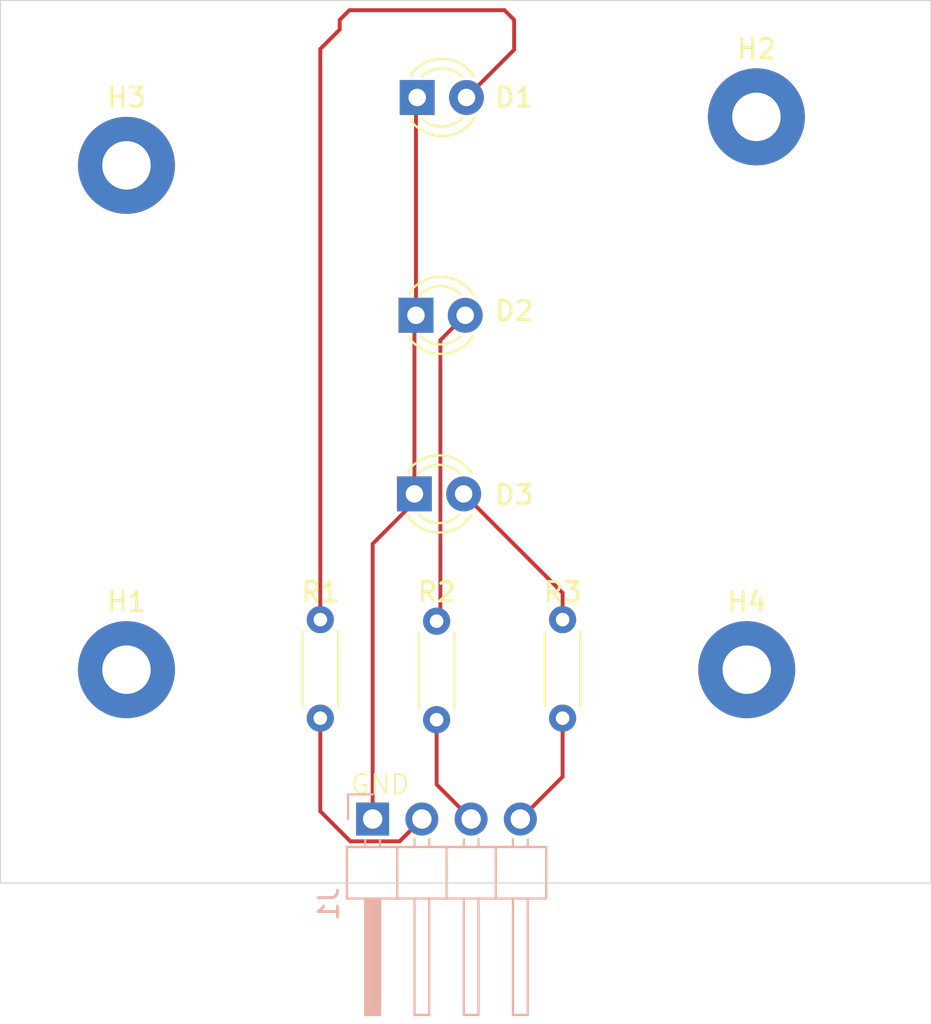
<source format=kicad_pcb>
(kicad_pcb (version 20240108) (generator "pcbnew") (generator_version "8.0")
  (layers (0 "F.Cu" signal) (31 "B.Cu" signal) (34 "B.Paste" user) (35 "F.Paste" user) (36 "B.SilkS" user "B.Silkscreen") (37 "F.SilkS" user "F.Silkscreen") (38 "B.Mask" user) (39 "F.Mask" user) (44 "Edge.Cuts" user))
  (net 0 "")
  (net 1 "Net-(D1-K)")
  (net 2 "Net-(D1-A)")
  (net 3 "Net-(D2-A)")
  (net 4 "Net-(D3-A)")
  (net 5 "Net-(J1-Pin_3)")
  (net 6 "Net-(J1-Pin_2)")
  (net 7 "Net-(J1-Pin_4)")
  (footprint "LED_THT:LED_D3.0mm" (layer "F.Cu") (at 154.435899 85.228927)
    (property "Reference" "D2" (at 5.064101 -0.228927 0) (layer "F.SilkS"))
    (property "Value" "LED")
    (fp_line (start -0.29 -1.236) (end -0.29 -1.08) (stroke (width 0.12)) (layer "F.SilkS"))
    (fp_line (start -0.29 1.08) (end -0.29 1.236) (stroke (width 0.12)) (layer "F.SilkS"))
    (fp_arc (start -0.29 -1.235516) (mid 1.365624 -1.987701) (end 2.941397 -1.080061) (stroke (width 0.12)) (layer "F.SilkS"))
    (fp_arc (start 0.229039 -1.08) (mid 1.269965 -1.5) (end 2.31091 -1.080049) (stroke (width 0.12)) (layer "F.SilkS"))
    (fp_arc (start 2.31091 1.080049) (mid 1.269965 1.5) (end 0.229039 1.08) (stroke (width 0.12)) (layer "F.SilkS"))
    (fp_arc (start 2.941397 1.080061) (mid 1.365624 1.987701) (end -0.29 1.235516) (stroke (width 0.12)) (layer "F.SilkS"))
    (pad "1" thru_hole rect (at 0 0) (size 1.8 1.8) (drill 0.9) (layers "*.Cu" "*.Mask") (net 1 "Net-(D1-K)"))
    (pad "2" thru_hole circle (at 2.54 0) (size 1.8 1.8) (drill 0.9) (layers "*.Cu" "*.Mask") (net 3 "Net-(D2-A)"))
  )
  (footprint "MountingHole:MountingHole_2.5mm_Pad" (layer "F.Cu") (at 172 75)
    (property "Reference" "H2" (at 0 -3.5 0) (layer "F.SilkS"))
    (property "Value" "MountingHole")
    (pad "1" thru_hole circle (at 0 0) (size 5 5) (drill 2.5) (layers "*.Cu" "*.Mask"))
  )
  (footprint "LED_THT:LED_D3.0mm" (layer "F.Cu") (at 154.5 74)
    (property "Reference" "D1" (at 5 0 0) (layer "F.SilkS"))
    (property "Value" "LED")
    (fp_line (start -0.29 -1.236) (end -0.29 -1.08) (stroke (width 0.12)) (layer "F.SilkS"))
    (fp_line (start -0.29 1.08) (end -0.29 1.236) (stroke (width 0.12)) (layer "F.SilkS"))
    (fp_arc (start -0.29 -1.235516) (mid 1.365624 -1.987701) (end 2.941397 -1.080061) (stroke (width 0.12)) (layer "F.SilkS"))
    (fp_arc (start 0.229039 -1.08) (mid 1.269965 -1.5) (end 2.31091 -1.080049) (stroke (width 0.12)) (layer "F.SilkS"))
    (fp_arc (start 2.31091 1.080049) (mid 1.269965 1.5) (end 0.229039 1.08) (stroke (width 0.12)) (layer "F.SilkS"))
    (fp_arc (start 2.941397 1.080061) (mid 1.365624 1.987701) (end -0.29 1.235516) (stroke (width 0.12)) (layer "F.SilkS"))
    (pad "1" thru_hole rect (at 0 0) (size 1.8 1.8) (drill 0.9) (layers "*.Cu" "*.Mask") (net 1 "Net-(D1-K)"))
    (pad "2" thru_hole circle (at 2.54 0) (size 1.8 1.8) (drill 0.9) (layers "*.Cu" "*.Mask") (net 2 "Net-(D1-A)"))
  )
  (footprint "Resistor_THT:R_Axial_DIN0204_L3.6mm_D1.6mm_P5.08mm_Horizontal" (layer "F.Cu") (at 162 106 90)
    (property "Reference" "R3" (at 6.5 0 180) (layer "F.SilkS"))
    (property "Value" "R")
    (fp_line (start 0.62 -0.92) (end 4.46 -0.92) (stroke (width 0.12)) (layer "F.SilkS"))
    (fp_line (start 0.62 0.92) (end 4.46 0.92) (stroke (width 0.12)) (layer "F.SilkS"))
    (pad "1" thru_hole circle (at 0 0 90) (size 1.4 1.4) (drill 0.7) (layers "*.Cu" "*.Mask") (net 7 "Net-(J1-Pin_4)"))
    (pad "2" thru_hole oval (at 5.08 0 90) (size 1.4 1.4) (drill 0.7) (layers "*.Cu" "*.Mask") (net 4 "Net-(D3-A)"))
  )
  (footprint "Resistor_THT:R_Axial_DIN0204_L3.6mm_D1.6mm_P5.08mm_Horizontal" (layer "F.Cu") (at 149.5 106 90)
    (property "Reference" "R1" (at 6.5 0 180) (layer "F.SilkS"))
    (property "Value" "R")
    (fp_line (start 0.62 -0.92) (end 4.46 -0.92) (stroke (width 0.12)) (layer "F.SilkS"))
    (fp_line (start 0.62 0.92) (end 4.46 0.92) (stroke (width 0.12)) (layer "F.SilkS"))
    (pad "1" thru_hole circle (at 0 0 90) (size 1.4 1.4) (drill 0.7) (layers "*.Cu" "*.Mask") (net 6 "Net-(J1-Pin_2)"))
    (pad "2" thru_hole oval (at 5.08 0 90) (size 1.4 1.4) (drill 0.7) (layers "*.Cu" "*.Mask") (net 2 "Net-(D1-A)"))
  )
  (footprint "Resistor_THT:R_Axial_DIN0204_L3.6mm_D1.6mm_P5.08mm_Horizontal" (layer "F.Cu") (at 155.5 106.08 90)
    (property "Reference" "R2" (at 6.58 0 180) (layer "F.SilkS"))
    (property "Value" "R")
    (fp_line (start 0.62 -0.92) (end 4.46 -0.92) (stroke (width 0.12)) (layer "F.SilkS"))
    (fp_line (start 0.62 0.92) (end 4.46 0.92) (stroke (width 0.12)) (layer "F.SilkS"))
    (pad "1" thru_hole circle (at 0 0 90) (size 1.4 1.4) (drill 0.7) (layers "*.Cu" "*.Mask") (net 5 "Net-(J1-Pin_3)"))
    (pad "2" thru_hole oval (at 5.08 0 90) (size 1.4 1.4) (drill 0.7) (layers "*.Cu" "*.Mask") (net 3 "Net-(D2-A)"))
  )
  (footprint "MountingHole:MountingHole_2.5mm_Pad" (layer "F.Cu") (at 171.5 103.5)
    (property "Reference" "H4" (at 0 -3.5 0) (layer "F.SilkS"))
    (property "Value" "MountingHole")
    (pad "1" thru_hole circle (at 0 0) (size 5 5) (drill 2.5) (layers "*.Cu" "*.Mask"))
  )
  (footprint "LED_THT:LED_D3.0mm" (layer "F.Cu") (at 154.355808 94.439364)
    (property "Reference" "D3" (at 5.144192 0.060636 0) (layer "F.SilkS"))
    (property "Value" "LED")
    (fp_line (start -0.29 -1.236) (end -0.29 -1.08) (stroke (width 0.12)) (layer "F.SilkS"))
    (fp_line (start -0.29 1.08) (end -0.29 1.236) (stroke (width 0.12)) (layer "F.SilkS"))
    (fp_arc (start -0.29 -1.235516) (mid 1.365624 -1.987701) (end 2.941397 -1.080061) (stroke (width 0.12)) (layer "F.SilkS"))
    (fp_arc (start 0.229039 -1.08) (mid 1.269965 -1.5) (end 2.31091 -1.080049) (stroke (width 0.12)) (layer "F.SilkS"))
    (fp_arc (start 2.31091 1.080049) (mid 1.269965 1.5) (end 0.229039 1.08) (stroke (width 0.12)) (layer "F.SilkS"))
    (fp_arc (start 2.941397 1.080061) (mid 1.365624 1.987701) (end -0.29 1.235516) (stroke (width 0.12)) (layer "F.SilkS"))
    (pad "1" thru_hole rect (at 0 0) (size 1.8 1.8) (drill 0.9) (layers "*.Cu" "*.Mask") (net 1 "Net-(D1-K)"))
    (pad "2" thru_hole circle (at 2.54 0) (size 1.8 1.8) (drill 0.9) (layers "*.Cu" "*.Mask") (net 4 "Net-(D3-A)"))
  )
  (footprint "MountingHole:MountingHole_2.5mm_Pad" (layer "F.Cu") (at 139.5 77.5)
    (property "Reference" "H3" (at 0 -3.5 0) (layer "F.SilkS"))
    (property "Value" "MountingHole")
    (pad "1" thru_hole circle (at 0 0) (size 5 5) (drill 2.5) (layers "*.Cu" "*.Mask"))
  )
  (footprint "MountingHole:MountingHole_2.5mm_Pad" (layer "F.Cu") (at 139.5 103.5)
    (property "Reference" "H1" (at 0 -3.5 0) (layer "F.SilkS"))
    (property "Value" "MountingHole")
    (pad "1" thru_hole circle (at 0 0) (size 5 5) (drill 2.5) (layers "*.Cu" "*.Mask"))
  )
  (footprint "Connector_PinHeader_2.54mm:PinHeader_1x04_P2.54mm_Horizontal" (layer "B.Cu") (at 152.2 111.2 -90)
    (property "Reference" "J1" (at 4.385 2.27 90) (layer "B.SilkS") (effects (justify mirror)))
    (property "Value" "Conn_01x04")
    (fp_line (start 1.44 1.33) (end 4.1 1.33) (stroke (width 0.12)) (layer "B.SilkS"))
    (fp_line (start 4.1 1.33) (end 4.1 -8.95) (stroke (width 0.12)) (layer "B.SilkS"))
    (fp_line (start -1.27 1.27) (end -1.27 0) (stroke (width 0.12)) (layer "B.SilkS"))
    (fp_line (start 0 1.27) (end -1.27 1.27) (stroke (width 0.12)) (layer "B.SilkS"))
    (fp_line (start 1.44 0.38) (end 1.11 0.38) (stroke (width 0.12)) (layer "B.SilkS"))
    (fp_line (start 10.1 0.38) (end 4.1 0.38) (stroke (width 0.12)) (layer "B.SilkS"))
    (fp_line (start 10.1 0.32) (end 4.1 0.32) (stroke (width 0.12)) (layer "B.SilkS"))
    (fp_line (start 10.1 0.2) (end 4.1 0.2) (stroke (width 0.12)) (layer "B.SilkS"))
    (fp_line (start 10.1 0.08) (end 4.1 0.08) (stroke (width 0.12)) (layer "B.SilkS"))
    (fp_line (start 10.1 -0.04) (end 4.1 -0.04) (stroke (width 0.12)) (layer "B.SilkS"))
    (fp_line (start 10.1 -0.16) (end 4.1 -0.16) (stroke (width 0.12)) (layer "B.SilkS"))
    (fp_line (start 10.1 -0.28) (end 4.1 -0.28) (stroke (width 0.12)) (layer "B.SilkS"))
    (fp_line (start 1.44 -0.38) (end 1.11 -0.38) (stroke (width 0.12)) (layer "B.SilkS"))
    (fp_line (start 4.1 -0.38) (end 10.1 -0.38) (stroke (width 0.12)) (layer "B.SilkS"))
    (fp_line (start 10.1 -0.38) (end 10.1 0.38) (stroke (width 0.12)) (layer "B.SilkS"))
    (fp_line (start 4.1 -1.27) (end 1.44 -1.27) (stroke (width 0.12)) (layer "B.SilkS"))
    (fp_line (start 1.44 -2.16) (end 1.042929 -2.16) (stroke (width 0.12)) (layer "B.SilkS"))
    (fp_line (start 10.1 -2.16) (end 4.1 -2.16) (stroke (width 0.12)) (layer "B.SilkS"))
    (fp_line (start 1.44 -2.92) (end 1.042929 -2.92) (stroke (width 0.12)) (layer "B.SilkS"))
    (fp_line (start 4.1 -2.92) (end 10.1 -2.92) (stroke (width 0.12)) (layer "B.SilkS"))
    (fp_line (start 10.1 -2.92) (end 10.1 -2.16) (stroke (width 0.12)) (layer "B.SilkS"))
    (fp_line (start 4.1 -3.81) (end 1.44 -3.81) (stroke (width 0.12)) (layer "B.SilkS"))
    (fp_line (start 1.44 -4.7) (end 1.042929 -4.7) (stroke (width 0.12)) (layer "B.SilkS"))
    (fp_line (start 10.1 -4.7) (end 4.1 -4.7) (stroke (width 0.12)) (layer "B.SilkS"))
    (fp_line (start 1.44 -5.46) (end 1.042929 -5.46) (stroke (width 0.12)) (layer "B.SilkS"))
    (fp_line (start 4.1 -5.46) (end 10.1 -5.46) (stroke (width 0.12)) (layer "B.SilkS"))
    (fp_line (start 10.1 -5.46) (end 10.1 -4.7) (stroke (width 0.12)) (layer "B.SilkS"))
    (fp_line (start 4.1 -6.35) (end 1.44 -6.35) (stroke (width 0.12)) (layer "B.SilkS"))
    (fp_line (start 1.44 -7.24) (end 1.042929 -7.24) (stroke (width 0.12)) (layer "B.SilkS"))
    (fp_line (start 10.1 -7.24) (end 4.1 -7.24) (stroke (width 0.12)) (layer "B.SilkS"))
    (fp_line (start 1.44 -8) (end 1.042929 -8) (stroke (width 0.12)) (layer "B.SilkS"))
    (fp_line (start 4.1 -8) (end 10.1 -8) (stroke (width 0.12)) (layer "B.SilkS"))
    (fp_line (start 10.1 -8) (end 10.1 -7.24) (stroke (width 0.12)) (layer "B.SilkS"))
    (fp_line (start 1.44 -8.95) (end 1.44 1.33) (stroke (width 0.12)) (layer "B.SilkS"))
    (fp_line (start 4.1 -8.95) (end 1.44 -8.95) (stroke (width 0.12)) (layer "B.SilkS"))
    (pad "1" thru_hole rect (at 0 0 270) (size 1.7 1.7) (drill 1) (layers "*.Cu" "*.Mask") (net 1 "Net-(D1-K)"))
    (pad "2" thru_hole oval (at 0 -2.54 270) (size 1.7 1.7) (drill 1) (layers "*.Cu" "*.Mask") (net 6 "Net-(J1-Pin_2)"))
    (pad "3" thru_hole oval (at 0 -5.08 270) (size 1.7 1.7) (drill 1) (layers "*.Cu" "*.Mask") (net 5 "Net-(J1-Pin_3)"))
    (pad "4" thru_hole oval (at 0 -7.62 270) (size 1.7 1.7) (drill 1) (layers "*.Cu" "*.Mask") (net 7 "Net-(J1-Pin_4)"))
  )
  (gr_rect (start 133 69) (end 181 114.5) (stroke (width 0.05)) (fill none) (layer "Edge.Cuts"))
  (gr_text "GND\n" (at 151 110 0) (layer "F.SilkS") (effects (font (size 1 1) (thickness 0.1)) (justify left bottom)))
  (segment (start 154.355808 94.439364) (end 154.355808 94.855808) (width 0.2) (layer "F.Cu") (net 1))
  (segment (start 154.355808 94.855808) (end 152.2 97.011616) (width 0.2) (layer "F.Cu") (net 1))
  (segment (start 154.5 74) (end 154.5 74.5) (width 0.2) (layer "F.Cu") (net 1))
  (segment (start 154.435899 74.564101) (end 154.435899 85.228927) (width 0.2) (layer "F.Cu") (net 1))
  (segment (start 152.2 97.011616) (end 152.2 111.2) (width 0.2) (layer "F.Cu") (net 1))
  (segment (start 154.355808 85.309018) (end 154.435899 85.228927) (width 0.2) (layer "F.Cu") (net 1))
  (segment (start 154.355808 94.439364) (end 154.355808 85.309018) (width 0.2) (layer "F.Cu") (net 1))
  (segment (start 154.5 74.5) (end 154.435899 74.564101) (width 0.2) (layer "F.Cu") (net 1))
  (segment (start 149.5 71.5) (end 149.5 100.92) (width 0.2) (layer "F.Cu") (net 2))
  (segment (start 159 69.5) (end 151 69.5) (width 0.2) (layer "F.Cu") (net 2))
  (segment (start 157.04 74) (end 159.5 71.54) (width 0.2) (layer "F.Cu") (net 2))
  (segment (start 159.5 71.54) (end 159.5 70) (width 0.2) (layer "F.Cu") (net 2))
  (segment (start 151 69.5) (end 150.5 70) (width 0.2) (layer "F.Cu") (net 2))
  (segment (start 150.5 70.5) (end 149.5 71.5) (width 0.2) (layer "F.Cu") (net 2))
  (segment (start 159.5 70) (end 159 69.5) (width 0.2) (layer "F.Cu") (net 2))
  (segment (start 150.5 70) (end 150.5 70.5) (width 0.2) (layer "F.Cu") (net 2))
  (segment (start 156.975899 85.228927) (end 155.695808 86.509018) (width 0.2) (layer "F.Cu") (net 3))
  (segment (start 155.695808 100.804192) (end 155.5 101) (width 0.2) (layer "F.Cu") (net 3))
  (segment (start 155.695808 86.509018) (end 155.695808 100.804192) (width 0.2) (layer "F.Cu") (net 3))
  (segment (start 162 99.543556) (end 162 100.92) (width 0.2) (layer "F.Cu") (net 4))
  (segment (start 156.895808 94.439364) (end 162 99.543556) (width 0.2) (layer "F.Cu") (net 4))
  (segment (start 155.5 106.08) (end 155.5 109.42) (width 0.2) (layer "F.Cu") (net 5))
  (segment (start 155.5 109.42) (end 157.28 111.2) (width 0.2) (layer "F.Cu") (net 5))
  (segment (start 151.05 112.35) (end 153.59 112.35) (width 0.2) (layer "F.Cu") (net 6))
  (segment (start 153.59 112.35) (end 154.74 111.2) (width 0.2) (layer "F.Cu") (net 6))
  (segment (start 149.5 106) (end 149.5 110.8) (width 0.2) (layer "F.Cu") (net 6))
  (segment (start 149.5 110.8) (end 151.05 112.35) (width 0.2) (layer "F.Cu") (net 6))
  (segment (start 162 106) (end 162 109.02) (width 0.2) (layer "F.Cu") (net 7))
  (segment (start 162 109.02) (end 159.82 111.2) (width 0.2) (layer "F.Cu") (net 7))
)
</source>
